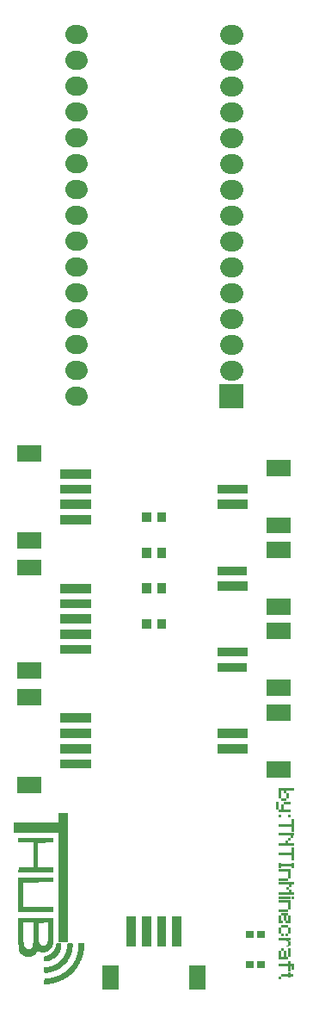
<source format=gts>
G04 Layer: TopSolderMaskLayer*
G04 EasyEDA v6.4.25, 2021-11-07T18:49:49+08:00*
G04 17709bb464344bc48104dd2e4a5a7999,bf42d0b733a240ea811a95ecb7acc88b,10*
G04 Gerber Generator version 0.2*
G04 Scale: 100 percent, Rotated: No, Reflected: No *
G04 Dimensions in millimeters *
G04 leading zeros omitted , absolute positions ,4 integer and 5 decimal *
%FSLAX45Y45*%
%MOMM*%

%ADD25C,1.9812*%
%ADD26C,1.9032*%
%ADD27R,3.0016X0.9016*%

%LPD*%
G36*
X1255572Y1594510D02*
G01*
X1255572Y1496415D01*
X817219Y1496415D01*
X817219Y1398270D01*
X1255572Y1398270D01*
X1255572Y325323D01*
X1353718Y325323D01*
X1353718Y1594510D01*
G37*
G36*
X863041Y1345946D02*
G01*
X863041Y1300124D01*
X1013510Y1300124D01*
X1013510Y1058468D01*
X866292Y1054811D01*
X862228Y1005484D01*
X1206500Y1008989D01*
X1206500Y1054811D01*
X1059281Y1058468D01*
X1059281Y1299718D01*
X1206500Y1303375D01*
X1210614Y1345946D01*
G37*
G36*
X863041Y959916D02*
G01*
X863041Y619709D01*
X1209751Y619709D01*
X1209751Y665530D01*
X915365Y665530D01*
X915365Y907338D01*
X1206500Y910844D01*
X1210564Y959916D01*
G37*
G36*
X862177Y560832D02*
G01*
X862774Y515061D01*
X1014323Y515061D01*
X1012397Y406958D01*
X1062583Y406958D01*
X1062583Y511809D01*
X1157427Y515620D01*
X1157274Y389483D01*
X1156970Y372110D01*
X1156462Y357733D01*
X1155649Y345897D01*
X1154531Y336194D01*
X1153058Y328218D01*
X1151128Y321411D01*
X1148740Y315417D01*
X1145844Y309778D01*
X1140256Y300786D01*
X1136650Y295960D01*
X1133144Y292303D01*
X1129588Y289661D01*
X1125778Y287985D01*
X1121460Y287121D01*
X1116431Y286918D01*
X1110488Y287324D01*
X1105560Y288086D01*
X1100785Y289407D01*
X1096162Y291236D01*
X1091742Y293573D01*
X1087526Y296367D01*
X1083513Y299720D01*
X1079804Y303530D01*
X1076299Y307797D01*
X1072896Y312724D01*
X1070102Y317703D01*
X1068882Y320395D01*
X1066901Y326491D01*
X1065377Y333857D01*
X1064260Y343001D01*
X1063447Y354431D01*
X1062939Y368554D01*
X1062583Y406958D01*
X1012397Y406958D01*
X1011428Y360121D01*
X1010005Y321614D01*
X1008989Y307848D01*
X1007668Y297027D01*
X1006043Y288493D01*
X1003960Y281736D01*
X1001369Y276098D01*
X998219Y271018D01*
X996442Y268528D01*
X992632Y263855D01*
X988669Y259842D01*
X984605Y256489D01*
X980440Y253796D01*
X976172Y251764D01*
X971905Y250342D01*
X967587Y249631D01*
X963218Y249529D01*
X958900Y250139D01*
X954582Y251358D01*
X950315Y253238D01*
X946099Y255778D01*
X941984Y258927D01*
X937971Y262737D01*
X934059Y267208D01*
X928319Y275386D01*
X924814Y281228D01*
X922019Y287223D01*
X919835Y294081D01*
X918210Y302463D01*
X916990Y312978D01*
X916228Y326339D01*
X915720Y343154D01*
X915365Y389890D01*
X915365Y515061D01*
X862774Y515061D01*
X864819Y360172D01*
X865682Y315874D01*
X867156Y281736D01*
X868273Y267919D01*
X869645Y255930D01*
X871372Y245668D01*
X873506Y236778D01*
X876096Y229209D01*
X877569Y225755D01*
X880973Y219608D01*
X884936Y214121D01*
X889508Y209143D01*
X894791Y204368D01*
X900836Y199694D01*
X915314Y189585D01*
X920343Y186436D01*
X925576Y183692D01*
X931011Y181356D01*
X936599Y179425D01*
X942238Y177901D01*
X948029Y176733D01*
X953922Y176022D01*
X959815Y175666D01*
X965758Y175666D01*
X971753Y176072D01*
X977696Y176834D01*
X983589Y178003D01*
X989431Y179476D01*
X995171Y181356D01*
X1000861Y183540D01*
X1006398Y186080D01*
X1011732Y188976D01*
X1016965Y192176D01*
X1021943Y195732D01*
X1026769Y199593D01*
X1031290Y203758D01*
X1035558Y208279D01*
X1039571Y213106D01*
X1047699Y224739D01*
X1051306Y229565D01*
X1054506Y232765D01*
X1057554Y234492D01*
X1060856Y234899D01*
X1064666Y233984D01*
X1069441Y231952D01*
X1080008Y226720D01*
X1084732Y224942D01*
X1089609Y223469D01*
X1094536Y222402D01*
X1099566Y221640D01*
X1104646Y221284D01*
X1109827Y221234D01*
X1115009Y221538D01*
X1120292Y222199D01*
X1125524Y223164D01*
X1130808Y224485D01*
X1136040Y226110D01*
X1141272Y228041D01*
X1146454Y230276D01*
X1151585Y232867D01*
X1156614Y235712D01*
X1161592Y238861D01*
X1166520Y242316D01*
X1171295Y246075D01*
X1175918Y250088D01*
X1180439Y254406D01*
X1184808Y258978D01*
X1192987Y268935D01*
X1195882Y273100D01*
X1198321Y277469D01*
X1200404Y282448D01*
X1202131Y288493D01*
X1203553Y296011D01*
X1204772Y305358D01*
X1205687Y317042D01*
X1206500Y331368D01*
X1207160Y348843D01*
X1208176Y394716D01*
X1210919Y560832D01*
G37*
G36*
X1262837Y312267D02*
G01*
X1254760Y312166D01*
X1248511Y311708D01*
X1243838Y310642D01*
X1240383Y308762D01*
X1237843Y305765D01*
X1235964Y301396D01*
X1234440Y295503D01*
X1231696Y282295D01*
X1229868Y276250D01*
X1227582Y269849D01*
X1224889Y263245D01*
X1221892Y256641D01*
X1218641Y250240D01*
X1215288Y244246D01*
X1211834Y238861D01*
X1208481Y234391D01*
X1204569Y229920D01*
X1200099Y225399D01*
X1195222Y220929D01*
X1189990Y216560D01*
X1184452Y212344D01*
X1172768Y204520D01*
X1166825Y201015D01*
X1160830Y197815D01*
X1154938Y194970D01*
X1149197Y192582D01*
X1143660Y190601D01*
X1138428Y189179D01*
X1133602Y188264D01*
X1129182Y187960D01*
X1123899Y186690D01*
X1120495Y182422D01*
X1118717Y174396D01*
X1118158Y161798D01*
X1118260Y153771D01*
X1118666Y147624D01*
X1119479Y143002D01*
X1120902Y139750D01*
X1123035Y137566D01*
X1126083Y136347D01*
X1130147Y135737D01*
X1135430Y135585D01*
X1140968Y135737D01*
X1146556Y136194D01*
X1157681Y137871D01*
X1163218Y139090D01*
X1174292Y142341D01*
X1185164Y146558D01*
X1195832Y151638D01*
X1206195Y157530D01*
X1216253Y164236D01*
X1225905Y171653D01*
X1235100Y179679D01*
X1243787Y188315D01*
X1251864Y197459D01*
X1259332Y207111D01*
X1266037Y217119D01*
X1269136Y222250D01*
X1274673Y232765D01*
X1279347Y243484D01*
X1283106Y254406D01*
X1285900Y265480D01*
X1286865Y271018D01*
X1288034Y282143D01*
X1288186Y295706D01*
X1287780Y301752D01*
X1286814Y306070D01*
X1284935Y309016D01*
X1281887Y310845D01*
X1277366Y311810D01*
X1271117Y312166D01*
G37*
G36*
X1372209Y312267D02*
G01*
X1364437Y312166D01*
X1358493Y311759D01*
X1354074Y310896D01*
X1350975Y309372D01*
X1348943Y307035D01*
X1347774Y303682D01*
X1347266Y299161D01*
X1347012Y290372D01*
X1346098Y282600D01*
X1344371Y272796D01*
X1341983Y261620D01*
X1339037Y249631D01*
X1335684Y237490D01*
X1331976Y225653D01*
X1327607Y214121D01*
X1322476Y202844D01*
X1316634Y191871D01*
X1310132Y181203D01*
X1302969Y170840D01*
X1295247Y160883D01*
X1286967Y151333D01*
X1278178Y142189D01*
X1268933Y133553D01*
X1259230Y125425D01*
X1249121Y117805D01*
X1238605Y110744D01*
X1227836Y104292D01*
X1216710Y98450D01*
X1205382Y93268D01*
X1193800Y88798D01*
X1182065Y84988D01*
X1170178Y81991D01*
X1158138Y79756D01*
X1118158Y74930D01*
X1118209Y40538D01*
X1118717Y31089D01*
X1119327Y27432D01*
X1120394Y24384D01*
X1121867Y22047D01*
X1123950Y20269D01*
X1126642Y19100D01*
X1130046Y18491D01*
X1134313Y18389D01*
X1139494Y18846D01*
X1145692Y19761D01*
X1161389Y22910D01*
X1182166Y27736D01*
X1195832Y31191D01*
X1208633Y34899D01*
X1220673Y38912D01*
X1232103Y43383D01*
X1243025Y48310D01*
X1253591Y53746D01*
X1263904Y59791D01*
X1274064Y66548D01*
X1284224Y74015D01*
X1294536Y82346D01*
X1305102Y91541D01*
X1316024Y101701D01*
X1324914Y110540D01*
X1333398Y119887D01*
X1341526Y129590D01*
X1349197Y139700D01*
X1356461Y150063D01*
X1363268Y160680D01*
X1369517Y171500D01*
X1375257Y182422D01*
X1380388Y193395D01*
X1384909Y204368D01*
X1388821Y215290D01*
X1392021Y226110D01*
X1394561Y236778D01*
X1396339Y247142D01*
X1403756Y295706D01*
X1403756Y300990D01*
X1402994Y305257D01*
X1401572Y308000D01*
X1397914Y309676D01*
X1391208Y310997D01*
X1382318Y311912D01*
G37*
G36*
X1458366Y312267D02*
G01*
X1458264Y279501D01*
X1457655Y269544D01*
X1456486Y258927D01*
X1454708Y247700D01*
X1452422Y236067D01*
X1449679Y224180D01*
X1446530Y212140D01*
X1442974Y200101D01*
X1439011Y188214D01*
X1434795Y176631D01*
X1430223Y165455D01*
X1425448Y154889D01*
X1420215Y144526D01*
X1414424Y134061D01*
X1408226Y123799D01*
X1401673Y113792D01*
X1394764Y104089D01*
X1387551Y94589D01*
X1379982Y85344D01*
X1372108Y76403D01*
X1363929Y67716D01*
X1355445Y59334D01*
X1346657Y51206D01*
X1337665Y43434D01*
X1328369Y35966D01*
X1318818Y28803D01*
X1309065Y21996D01*
X1299108Y15544D01*
X1288897Y9398D01*
X1278534Y3606D01*
X1267968Y-1778D01*
X1257249Y-6807D01*
X1246327Y-11480D01*
X1235303Y-15747D01*
X1224076Y-19608D01*
X1212799Y-23063D01*
X1201369Y-26111D01*
X1189837Y-28752D01*
X1178255Y-30937D01*
X1166571Y-32715D01*
X1121460Y-37744D01*
X1118870Y-74269D01*
X1118717Y-80924D01*
X1119124Y-85852D01*
X1120241Y-89255D01*
X1122172Y-91440D01*
X1125067Y-92710D01*
X1129131Y-93268D01*
X1137208Y-93268D01*
X1145032Y-92557D01*
X1167536Y-89306D01*
X1180947Y-87020D01*
X1208024Y-81686D01*
X1220266Y-78689D01*
X1232408Y-75336D01*
X1244396Y-71577D01*
X1256284Y-67411D01*
X1268018Y-62890D01*
X1279601Y-57962D01*
X1290980Y-52730D01*
X1302207Y-47091D01*
X1313230Y-41097D01*
X1324102Y-34747D01*
X1334719Y-28092D01*
X1345133Y-21082D01*
X1355344Y-13766D01*
X1365250Y-6146D01*
X1374952Y1727D01*
X1384401Y9956D01*
X1393545Y18491D01*
X1402435Y27279D01*
X1411020Y36322D01*
X1419301Y45618D01*
X1427276Y55219D01*
X1434896Y65024D01*
X1442212Y75082D01*
X1449171Y85344D01*
X1455826Y95859D01*
X1462074Y106629D01*
X1467916Y117551D01*
X1473504Y128879D01*
X1478991Y140868D01*
X1484172Y153263D01*
X1489100Y165912D01*
X1493723Y178765D01*
X1497990Y191719D01*
X1501952Y204673D01*
X1505508Y217474D01*
X1508607Y230073D01*
X1511300Y242366D01*
X1513484Y254203D01*
X1515211Y265582D01*
X1516380Y276301D01*
X1517040Y286308D01*
X1517091Y297891D01*
X1516684Y303123D01*
X1515516Y306882D01*
X1513332Y309422D01*
X1509826Y310997D01*
X1504594Y311861D01*
X1497380Y312216D01*
G37*
G36*
X3429000Y1841500D02*
G01*
X3429000Y1739900D01*
X3454400Y1739900D01*
X3454400Y1816100D01*
X3479800Y1816100D01*
X3479800Y1790700D01*
X3505200Y1790700D01*
X3505200Y1816100D01*
X3581400Y1816100D01*
X3581400Y1841500D01*
G37*
G36*
X3505200Y1790700D02*
G01*
X3505200Y1739900D01*
X3530600Y1739900D01*
X3530600Y1790700D01*
G37*
G36*
X3454400Y1739900D02*
G01*
X3454400Y1714500D01*
X3505200Y1714500D01*
X3505200Y1739900D01*
G37*
G36*
X3479800Y1701800D02*
G01*
X3479800Y1676400D01*
X3543300Y1676400D01*
X3543300Y1701800D01*
G37*
G36*
X3403600Y1701800D02*
G01*
X3403600Y1625600D01*
X3429000Y1625600D01*
X3429000Y1701800D01*
G37*
G36*
X3454400Y1676400D02*
G01*
X3454400Y1625600D01*
X3429000Y1625600D01*
X3429000Y1600200D01*
X3543300Y1600200D01*
X3543300Y1625600D01*
X3479800Y1625600D01*
X3479800Y1676400D01*
G37*
G36*
X3517900Y1574800D02*
G01*
X3517900Y1549400D01*
X3543300Y1549400D01*
X3543300Y1574800D01*
G37*
G36*
X3429000Y1574800D02*
G01*
X3429000Y1549400D01*
X3454400Y1549400D01*
X3454400Y1574800D01*
G37*
G36*
X3556000Y1536700D02*
G01*
X3556000Y1485900D01*
X3429000Y1485900D01*
X3429000Y1460500D01*
X3556000Y1460500D01*
X3556000Y1409700D01*
X3581400Y1409700D01*
X3581400Y1536700D01*
G37*
G36*
X3429000Y1397000D02*
G01*
X3429000Y1371600D01*
X3543300Y1371600D01*
X3543300Y1346200D01*
X3517900Y1346200D01*
X3517900Y1320800D01*
X3543300Y1320800D01*
X3543300Y1346200D01*
X3568700Y1346200D01*
X3568700Y1371600D01*
X3581400Y1371600D01*
X3581400Y1397000D01*
G37*
G36*
X3492500Y1320800D02*
G01*
X3492500Y1295400D01*
X3429000Y1295400D01*
X3429000Y1270000D01*
X3581400Y1270000D01*
X3581400Y1295400D01*
X3517900Y1295400D01*
X3517900Y1320800D01*
G37*
G36*
X3556000Y1257300D02*
G01*
X3556000Y1206500D01*
X3429000Y1206500D01*
X3429000Y1181100D01*
X3556000Y1181100D01*
X3556000Y1130300D01*
X3581400Y1130300D01*
X3581400Y1257300D01*
G37*
G36*
X3429000Y1104900D02*
G01*
X3429000Y1054100D01*
X3454400Y1054100D01*
X3454400Y1066800D01*
X3556000Y1066800D01*
X3556000Y1054100D01*
X3581400Y1054100D01*
X3581400Y1104900D01*
X3556000Y1104900D01*
X3556000Y1092200D01*
X3454400Y1092200D01*
X3454400Y1104900D01*
G37*
G36*
X3429000Y1041400D02*
G01*
X3429000Y1016000D01*
X3517900Y1016000D01*
X3517900Y952500D01*
X3543300Y952500D01*
X3543300Y1041400D01*
G37*
G36*
X3429000Y952500D02*
G01*
X3429000Y927100D01*
X3517900Y927100D01*
X3517900Y952500D01*
G37*
G36*
X3429000Y914400D02*
G01*
X3429000Y889000D01*
X3530600Y889000D01*
X3530600Y863600D01*
X3556000Y863600D01*
X3556000Y889000D01*
X3581400Y889000D01*
X3581400Y914400D01*
G37*
G36*
X3505200Y863600D02*
G01*
X3505200Y838200D01*
X3530600Y838200D01*
X3530600Y812800D01*
X3429000Y812800D01*
X3429000Y787400D01*
X3581400Y787400D01*
X3581400Y812800D01*
X3556000Y812800D01*
X3556000Y838200D01*
X3530600Y838200D01*
X3530600Y863600D01*
G37*
G36*
X3556000Y774700D02*
G01*
X3556000Y749300D01*
X3581400Y749300D01*
X3581400Y774700D01*
G37*
G36*
X3429000Y774700D02*
G01*
X3429000Y749300D01*
X3543300Y749300D01*
X3543300Y774700D01*
G37*
G36*
X3429000Y736600D02*
G01*
X3429000Y711200D01*
X3517900Y711200D01*
X3517900Y647700D01*
X3543300Y647700D01*
X3543300Y736600D01*
G37*
G36*
X3429000Y647700D02*
G01*
X3429000Y622300D01*
X3517900Y622300D01*
X3517900Y647700D01*
G37*
G36*
X3454400Y609600D02*
G01*
X3454400Y584200D01*
X3517900Y584200D01*
X3517900Y533400D01*
X3505200Y533400D01*
X3505200Y584200D01*
X3479800Y584200D01*
X3479800Y533400D01*
X3492500Y533400D01*
X3492500Y508000D01*
X3543300Y508000D01*
X3543300Y584200D01*
X3517900Y584200D01*
X3517900Y609600D01*
G37*
G36*
X3429000Y584200D02*
G01*
X3429000Y508000D01*
X3467100Y508000D01*
X3467100Y533400D01*
X3454400Y533400D01*
X3454400Y584200D01*
G37*
G36*
X3454400Y495300D02*
G01*
X3454400Y469900D01*
X3517900Y469900D01*
X3517900Y495300D01*
G37*
G36*
X3517900Y469900D02*
G01*
X3517900Y406400D01*
X3543300Y406400D01*
X3543300Y469900D01*
G37*
G36*
X3429000Y469900D02*
G01*
X3429000Y406400D01*
X3454400Y406400D01*
X3454400Y469900D01*
G37*
G36*
X3492500Y406400D02*
G01*
X3492500Y381000D01*
X3517900Y381000D01*
X3517900Y406400D01*
G37*
G36*
X3454400Y406400D02*
G01*
X3454400Y381000D01*
X3479800Y381000D01*
X3479800Y406400D01*
G37*
G36*
X3429000Y368300D02*
G01*
X3429000Y342900D01*
X3505200Y342900D01*
X3505200Y330200D01*
X3517900Y330200D01*
X3517900Y292100D01*
X3505200Y292100D01*
X3505200Y279400D01*
X3530600Y279400D01*
X3530600Y292100D01*
X3543300Y292100D01*
X3543300Y330200D01*
X3530600Y330200D01*
X3530600Y342900D01*
X3543300Y342900D01*
X3543300Y368300D01*
G37*
G36*
X3517900Y266700D02*
G01*
X3517900Y177800D01*
X3543300Y177800D01*
X3543300Y266700D01*
G37*
G36*
X3454400Y266700D02*
G01*
X3454400Y241300D01*
X3479800Y241300D01*
X3479800Y177800D01*
X3454400Y177800D01*
X3454400Y241300D01*
X3429000Y241300D01*
X3429000Y152400D01*
X3517900Y152400D01*
X3517900Y177800D01*
X3505200Y177800D01*
X3505200Y241300D01*
X3479800Y241300D01*
X3479800Y266700D01*
G37*
G36*
X3517900Y139700D02*
G01*
X3517900Y114300D01*
X3429000Y114300D01*
X3429000Y88900D01*
X3517900Y88900D01*
X3517900Y38100D01*
X3543300Y38100D01*
X3543300Y88900D01*
X3556000Y88900D01*
X3556000Y50800D01*
X3581400Y50800D01*
X3581400Y114300D01*
X3543300Y114300D01*
X3543300Y139700D01*
G37*
G36*
X3517900Y25400D02*
G01*
X3517900Y12700D01*
X3454400Y12700D01*
X3454400Y-12700D01*
X3517900Y-12700D01*
X3517900Y-25400D01*
X3543300Y-25400D01*
X3543300Y-12700D01*
X3568700Y-12700D01*
X3568700Y12700D01*
X3543300Y12700D01*
X3543300Y25400D01*
G37*
G36*
X3429000Y-12700D02*
G01*
X3429000Y-38100D01*
X3454400Y-38100D01*
X3454400Y-12700D01*
G37*
D25*
X2945894Y5943600D02*
G01*
X2978096Y5943600D01*
X2945894Y6197600D02*
G01*
X2978096Y6197600D01*
X2945894Y6451600D02*
G01*
X2978096Y6451600D01*
X2945894Y6705600D02*
G01*
X2978096Y6705600D01*
X2945894Y6959600D02*
G01*
X2978096Y6959600D01*
X2945894Y7213600D02*
G01*
X2978096Y7213600D01*
X2945894Y7467600D02*
G01*
X2978096Y7467600D01*
X2945894Y7721600D02*
G01*
X2978096Y7721600D01*
X2945894Y7975600D02*
G01*
X2978096Y7975600D01*
X2945894Y8229600D02*
G01*
X2978096Y8229600D01*
X2945894Y8483600D02*
G01*
X2978096Y8483600D01*
X2945894Y8737600D02*
G01*
X2978096Y8737600D01*
X2945894Y8991600D02*
G01*
X2978096Y8991600D01*
X2945894Y9245600D02*
G01*
X2978096Y9245600D01*
D26*
X1417995Y5689600D02*
G01*
X1457995Y5689600D01*
X1417995Y5943600D02*
G01*
X1457995Y5943600D01*
X1417995Y6197600D02*
G01*
X1457995Y6197600D01*
X1417995Y6451600D02*
G01*
X1457995Y6451600D01*
X1417995Y6705600D02*
G01*
X1457995Y6705600D01*
X1417995Y6959600D02*
G01*
X1457995Y6959600D01*
X1417995Y7213600D02*
G01*
X1457995Y7213600D01*
X1417995Y7467600D02*
G01*
X1457995Y7467600D01*
X1417995Y7721600D02*
G01*
X1457995Y7721600D01*
X1417995Y7975600D02*
G01*
X1457995Y7975600D01*
X1417995Y8229600D02*
G01*
X1457995Y8229600D01*
X1417995Y8483600D02*
G01*
X1457995Y8483600D01*
X1417995Y8737600D02*
G01*
X1457995Y8737600D01*
X1417995Y8991600D02*
G01*
X1457995Y8991600D01*
X1417995Y9245600D02*
G01*
X1457995Y9245600D01*
G36*
X1277365Y4879847D02*
G01*
X1277365Y4970018D01*
X1577594Y4970018D01*
X1577594Y4879847D01*
G37*
G36*
X1277365Y4729987D02*
G01*
X1277365Y4820157D01*
X1577594Y4820157D01*
X1577594Y4729987D01*
G37*
G36*
X1277365Y4579873D02*
G01*
X1277365Y4670044D01*
X1577594Y4670044D01*
X1577594Y4579873D01*
G37*
G36*
X852423Y4189984D02*
G01*
X852423Y4350004D01*
X1092454Y4350004D01*
X1092454Y4189984D01*
G37*
G36*
X852423Y5050028D02*
G01*
X852423Y5210047D01*
X1092454Y5210047D01*
X1092454Y5050028D01*
G37*
G36*
X1277365Y4430013D02*
G01*
X1277365Y4520184D01*
X1577594Y4520184D01*
X1577594Y4430013D01*
G37*
G36*
X1277365Y2479802D02*
G01*
X1277365Y2569971D01*
X1577594Y2569971D01*
X1577594Y2479802D01*
G37*
G36*
X1277365Y2329942D02*
G01*
X1277365Y2420112D01*
X1577594Y2420112D01*
X1577594Y2329942D01*
G37*
G36*
X1277365Y2179828D02*
G01*
X1277365Y2269997D01*
X1577594Y2269997D01*
X1577594Y2179828D01*
G37*
G36*
X852423Y1789937D02*
G01*
X852423Y1950212D01*
X1092454Y1950212D01*
X1092454Y1789937D01*
G37*
G36*
X852423Y2649981D02*
G01*
X852423Y2810002D01*
X1092454Y2810002D01*
X1092454Y2649981D01*
G37*
G36*
X1277365Y2029968D02*
G01*
X1277365Y2120137D01*
X1577594Y2120137D01*
X1577594Y2029968D01*
G37*
G36*
X1929892Y277368D02*
G01*
X1929892Y577595D01*
X2020061Y577595D01*
X2020061Y277368D01*
G37*
G36*
X2080006Y277368D02*
G01*
X2080006Y577595D01*
X2170175Y577595D01*
X2170175Y277368D01*
G37*
G36*
X2229865Y277368D02*
G01*
X2229865Y577595D01*
X2320036Y577595D01*
X2320036Y277368D01*
G37*
G36*
X2549906Y-147573D02*
G01*
X2549906Y92455D01*
X2710179Y92455D01*
X2710179Y-147573D01*
G37*
G36*
X1689862Y-147573D02*
G01*
X1689862Y92455D01*
X1850136Y92455D01*
X1850136Y-147573D01*
G37*
G36*
X2379979Y277368D02*
G01*
X2379979Y577595D01*
X2470150Y577595D01*
X2470150Y277368D01*
G37*
G36*
X1277365Y3754881D02*
G01*
X1277365Y3845052D01*
X1577594Y3845052D01*
X1577594Y3754881D01*
G37*
G36*
X1277365Y3605021D02*
G01*
X1277365Y3695192D01*
X1577594Y3695192D01*
X1577594Y3605021D01*
G37*
G36*
X1277365Y3454907D02*
G01*
X1277365Y3545078D01*
X1577594Y3545078D01*
X1577594Y3454907D01*
G37*
G36*
X1277365Y3305047D02*
G01*
X1277365Y3394963D01*
X1577594Y3394963D01*
X1577594Y3305047D01*
G37*
G36*
X1277365Y3154934D02*
G01*
X1277365Y3245104D01*
X1577594Y3245104D01*
X1577594Y3154934D01*
G37*
G36*
X852423Y2914904D02*
G01*
X852423Y3075178D01*
X1092454Y3075178D01*
X1092454Y2914904D01*
G37*
G36*
X852423Y3924807D02*
G01*
X852423Y4085081D01*
X1092454Y4085081D01*
X1092454Y3924807D01*
G37*
G36*
X2822447Y4579873D02*
G01*
X2822447Y4670044D01*
X3122675Y4670044D01*
X3122675Y4579873D01*
G37*
G36*
X2822447Y4729987D02*
G01*
X2822447Y4820157D01*
X3122675Y4820157D01*
X3122675Y4729987D01*
G37*
G36*
X3307334Y4339844D02*
G01*
X3307334Y4500118D01*
X3547618Y4500118D01*
X3547618Y4339844D01*
G37*
G36*
X3307334Y4899913D02*
G01*
X3307334Y5060187D01*
X3547618Y5060187D01*
X3547618Y4899913D01*
G37*
G36*
X2822447Y3780028D02*
G01*
X2822447Y3870197D01*
X3122675Y3870197D01*
X3122675Y3780028D01*
G37*
D27*
G01*
X2972511Y3974998D03*
G36*
X3307334Y3539997D02*
G01*
X3307334Y3700018D01*
X3547618Y3700018D01*
X3547618Y3539997D01*
G37*
G36*
X3307334Y4099813D02*
G01*
X3307334Y4260087D01*
X3547618Y4260087D01*
X3547618Y4099813D01*
G37*
G01*
X2972511Y3025012D03*
G36*
X2822447Y3130042D02*
G01*
X2822447Y3219957D01*
X3122675Y3219957D01*
X3122675Y3130042D01*
G37*
G36*
X3307334Y2739897D02*
G01*
X3307334Y2900171D01*
X3547618Y2900171D01*
X3547618Y2739897D01*
G37*
G36*
X3307334Y3299968D02*
G01*
X3307334Y3459987D01*
X3547618Y3459987D01*
X3547618Y3299968D01*
G37*
G36*
X2822447Y2179828D02*
G01*
X2822447Y2269997D01*
X3122675Y2269997D01*
X3122675Y2179828D01*
G37*
G36*
X2822447Y2329942D02*
G01*
X2822447Y2420112D01*
X3122675Y2420112D01*
X3122675Y2329942D01*
G37*
G36*
X3307334Y1939797D02*
G01*
X3307334Y2100071D01*
X3547618Y2100071D01*
X3547618Y1939797D01*
G37*
G36*
X3307334Y2499868D02*
G01*
X3307334Y2660142D01*
X3547618Y2660142D01*
X3547618Y2499868D01*
G37*
G36*
X3216909Y367792D02*
G01*
X3216909Y432054D01*
X3290824Y432054D01*
X3290824Y367792D01*
G37*
G36*
X3109213Y367792D02*
G01*
X3109213Y432054D01*
X3183127Y432054D01*
X3183127Y367792D01*
G37*
G36*
X3216909Y67818D02*
G01*
X3216909Y132079D01*
X3290824Y132079D01*
X3290824Y67818D01*
G37*
G36*
X3109213Y67818D02*
G01*
X3109213Y132079D01*
X3183127Y132079D01*
X3183127Y67818D01*
G37*
G36*
X2229865Y4451604D02*
G01*
X2229865Y4548378D01*
X2320797Y4548378D01*
X2320797Y4451604D01*
G37*
G36*
X2079243Y4451604D02*
G01*
X2079243Y4548378D01*
X2170175Y4548378D01*
X2170175Y4451604D01*
G37*
G36*
X2229865Y4101592D02*
G01*
X2229865Y4198365D01*
X2320797Y4198365D01*
X2320797Y4101592D01*
G37*
G36*
X2079243Y4101592D02*
G01*
X2079243Y4198365D01*
X2170175Y4198365D01*
X2170175Y4101592D01*
G37*
G36*
X2229865Y3751834D02*
G01*
X2229865Y3848354D01*
X2320797Y3848354D01*
X2320797Y3751834D01*
G37*
G36*
X2079243Y3751834D02*
G01*
X2079243Y3848354D01*
X2170175Y3848354D01*
X2170175Y3751834D01*
G37*
G36*
X2229865Y3401821D02*
G01*
X2229865Y3498342D01*
X2320797Y3498342D01*
X2320797Y3401821D01*
G37*
G36*
X2079243Y3401821D02*
G01*
X2079243Y3498342D01*
X2170175Y3498342D01*
X2170175Y3401821D01*
G37*
G36*
X2846831Y5574537D02*
G01*
X2846831Y5804662D01*
X3077209Y5804662D01*
X3077209Y5574537D01*
G37*
M02*

</source>
